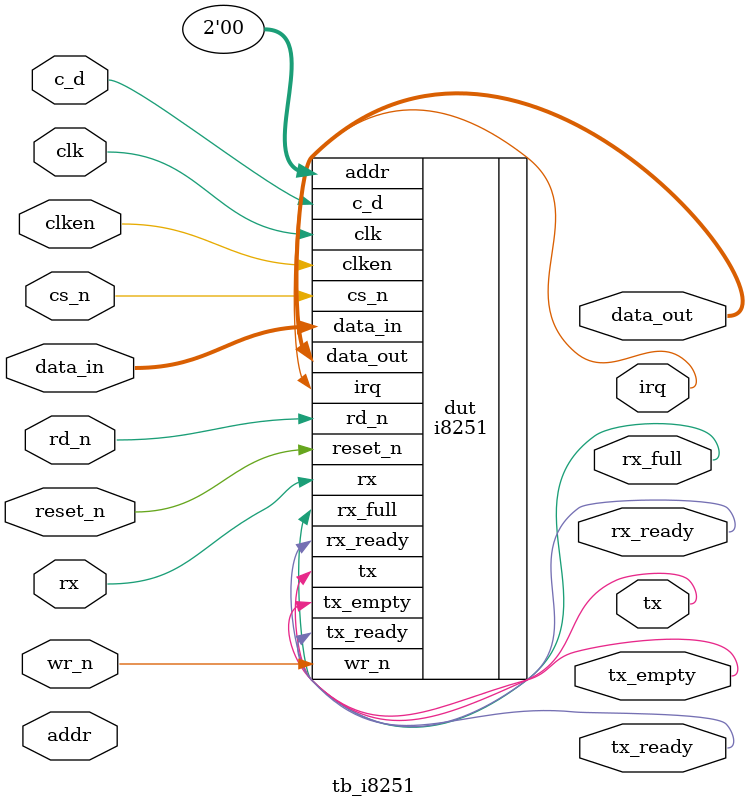
<source format=sv>
module tb_i8251(
    input  logic        clk,          // Тактовый сигнал
    input  logic        clken,        // Тактовый разрешающий сигнал
    input  logic        reset_n,      // Сброс (активный 0)
    
    // Шина CPU
    input  logic [1:0]  addr,         // Адресные линии
    input  logic [7:0]  data_in,      // Шина данных (вход)
    output logic [7:0]  data_out,     // Шина данных (выход)
    input  logic        cs_n,         // Выбор чипа
    input  logic        rd_n,         // Чтение
    input  logic        wr_n,         // Запись
    input  logic        c_d,          // Control/Data select
    
    // Последовательный интерфейс
    input  logic        rx,           // Прием данных
    output logic        tx,           // Передача данных
    
    // Сигналы состояния
    output logic        tx_ready,     // Передатчик готов
    output logic        rx_ready,     // Приемник готов
    output logic        tx_empty,     // Буфер передатчика пуст
    output logic        rx_full,      // Буфер приемника полон
    
    // Сигналы прерываний
    output logic        irq           // Запрос прерывания
);

    
    i8251 dut (
        .clk(clk),
        .clken(clken),
        .reset_n(reset_n),
        .addr(2'b00),        // Подключен к земле, так как не используется
        .data_in(data_in),
        .data_out(data_out),
        .cs_n(cs_n),
        .rd_n(rd_n),
        .wr_n(wr_n),
        .c_d(c_d),
        .rx(rx),
        .tx(tx),
        .tx_ready(tx_ready),
        .rx_ready(rx_ready),
        .tx_empty(tx_empty),
        .rx_full(rx_full),
        .irq(irq)
    );
    
endmodule

</source>
